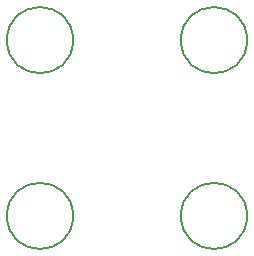
<source format=gbr>
%TF.GenerationSoftware,KiCad,Pcbnew,(6.0.6-0)*%
%TF.CreationDate,2022-09-05T22:58:31-07:00*%
%TF.ProjectId,5V converter,35562063-6f6e-4766-9572-7465722e6b69,rev?*%
%TF.SameCoordinates,Original*%
%TF.FileFunction,Other,Comment*%
%FSLAX46Y46*%
G04 Gerber Fmt 4.6, Leading zero omitted, Abs format (unit mm)*
G04 Created by KiCad (PCBNEW (6.0.6-0)) date 2022-09-05 22:58:31*
%MOMM*%
%LPD*%
G01*
G04 APERTURE LIST*
%ADD10C,0.150000*%
G04 APERTURE END LIST*
D10*
%TO.C,H4*%
X110851600Y-51174850D02*
G75*
G03*
X110851600Y-51174850I-2800000J0D01*
G01*
%TO.C,H3*%
X110851600Y-66059250D02*
G75*
G03*
X110851600Y-66059250I-2800000J0D01*
G01*
%TO.C,H2*%
X96119600Y-66059250D02*
G75*
G03*
X96119600Y-66059250I-2800000J0D01*
G01*
%TO.C,H1*%
X96119600Y-51174850D02*
G75*
G03*
X96119600Y-51174850I-2800000J0D01*
G01*
%TD*%
M02*

</source>
